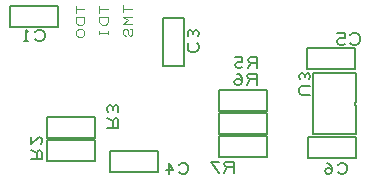
<source format=gbo>
%FSLAX24Y24*%
%MOIN*%
G04 EasyPC Gerber Version 16.0.6 Build 3249 *
%ADD100C,0.00394*%
%ADD10C,0.00500*%
X0Y0D02*
D02*
D10*
X6556Y7908D02*
X6931D01*
Y8127*
X6900Y8189*
X6837Y8221*
X6775Y8189*
X6743Y8127*
Y7908*
Y8127D02*
X6556Y8221D01*
Y8658D02*
Y8408D01*
X6775Y8627*
X6837Y8658*
X6900Y8627*
X6931Y8564*
Y8471*
X6900Y8408*
X6701Y11903D02*
X6732Y11872D01*
X6794Y11841*
X6888*
X6951Y11872*
X6982Y11903*
X7013Y11966*
Y12091*
X6982Y12153*
X6951Y12184*
X6888Y12216*
X6794*
X6732Y12184*
X6701Y12153*
X6451Y11841D02*
X6326D01*
X6388D02*
Y12216D01*
X6451Y12153*
X7079Y8534D02*
X8679D01*
Y7834*
X7079*
Y8534*
Y9301D02*
X8679D01*
Y8601*
X7079*
Y9301*
X7439Y12302D02*
X5839D01*
Y13002*
X7439*
Y12302*
X9095Y8951D02*
X9470D01*
Y9170*
X9439Y9233*
X9376Y9264*
X9314Y9233*
X9283Y9170*
Y8951*
Y9170D02*
X9095Y9264D01*
X9126Y9483D02*
X9095Y9545D01*
Y9608*
X9126Y9670*
X9189Y9701*
X9251Y9670*
X9283Y9608*
Y9545*
Y9608D02*
X9314Y9670D01*
X9376Y9701*
X9439Y9670*
X9470Y9608*
Y9545*
X9439Y9483*
X10786Y7479D02*
X9186D01*
Y8179*
X10786*
Y7479*
X11655Y12606D02*
Y11006D01*
X10955*
Y12606*
X11655*
X11835Y11784D02*
X11804Y11752D01*
X11772Y11690*
Y11596*
X11804Y11534*
X11835Y11502*
X11897Y11471*
X12022*
X12085Y11502*
X12116Y11534*
X12147Y11596*
Y11690*
X12116Y11752*
X12085Y11784*
X11804Y12002D02*
X11772Y12065D01*
Y12127*
X11804Y12190*
X11866Y12221*
X11929Y12190*
X11960Y12127*
Y12065*
Y12127D02*
X11991Y12190D01*
X12054Y12221*
X12116Y12190*
X12147Y12127*
Y12065*
X12116Y12002*
X11484Y7474D02*
X11515Y7443D01*
X11578Y7411*
X11672*
X11734Y7443*
X11765Y7474*
X11797Y7536*
Y7661*
X11765Y7724*
X11734Y7755*
X11672Y7786*
X11578*
X11515Y7755*
X11484Y7724*
X11140Y7411D02*
Y7786D01*
X11297Y7536*
X11047*
X12827Y8691D02*
X14427D01*
Y7991*
X12827*
Y8691*
Y9459D02*
X14427D01*
Y8759*
X12827*
Y9459*
Y10227D02*
X14427D01*
Y9527*
X12827*
Y10227*
X13312Y7451D02*
Y7826D01*
X13094*
X13031Y7795*
X13000Y7732*
X13031Y7670*
X13094Y7638*
X13312*
X13094D02*
X13000Y7451D01*
X12812D02*
X12562Y7826D01*
X12812*
X14080Y10384D02*
Y10759D01*
X13861*
X13799Y10728*
X13768Y10665*
X13799Y10603*
X13861Y10571*
X14080*
X13861D02*
X13768Y10384D01*
X13580Y10478D02*
X13549Y10540D01*
X13486Y10571*
X13424*
X13361Y10540*
X13330Y10478*
X13361Y10415*
X13424Y10384*
X13486*
X13549Y10415*
X13580Y10478*
Y10571*
X13549Y10665*
X13486Y10728*
X13424Y10759*
X14100Y10935D02*
Y11310D01*
X13881*
X13819Y11279*
X13787Y11216*
X13819Y11154*
X13881Y11123*
X14100*
X13881D02*
X13787Y10935D01*
X13600Y10966D02*
X13537Y10935D01*
X13444*
X13381Y10966*
X13350Y11029*
Y11060*
X13381Y11123*
X13444Y11154*
X13600*
Y11310*
X13350*
X15868Y10034D02*
X15587D01*
X15524Y10065*
X15493Y10128*
Y10253*
X15524Y10315*
X15587Y10347*
X15868*
X15524Y10565D02*
X15493Y10628D01*
Y10690*
X15524Y10753*
X15587Y10784*
X15649Y10753*
X15680Y10690*
Y10628*
Y10690D02*
X15712Y10753D01*
X15774Y10784*
X15837Y10753*
X15868Y10690*
Y10628*
X15837Y10565*
X15760Y11624D02*
X17360D01*
Y10924*
X15760*
Y11624*
X15800Y8632D02*
X17400D01*
Y7932*
X15800*
Y8632*
X16779Y7474D02*
X16811Y7443D01*
X16873Y7411*
X16967*
X17029Y7443*
X17061Y7474*
X17092Y7536*
Y7661*
X17061Y7724*
X17029Y7755*
X16967Y7786*
X16873*
X16811Y7755*
X16779Y7724*
X16592Y7505D02*
X16561Y7568D01*
X16498Y7599*
X16436*
X16373Y7568*
X16342Y7505*
X16373Y7443*
X16436Y7411*
X16498*
X16561Y7443*
X16592Y7505*
Y7599*
X16561Y7693*
X16498Y7755*
X16436Y7786*
X17387Y10782D02*
X15970D01*
Y8735*
X17387*
Y9709*
X17338*
Y9808*
X17387*
Y10782*
X17193Y11785D02*
X17224Y11754D01*
X17287Y11722*
X17380*
X17443Y11754*
X17474Y11785*
X17505Y11847*
Y11972*
X17474Y12035*
X17443Y12066*
X17380Y12097*
X17287*
X17224Y12066*
X17193Y12035*
X17005Y11754D02*
X16943Y11722D01*
X16849*
X16787Y11754*
X16755Y11816*
Y11847*
X16787Y11910*
X16849Y11941*
X17005*
Y12097*
X16755*
D02*
D100*
X8337Y12903D02*
X8042D01*
Y13026D02*
Y12780D01*
X8337Y12633D02*
X8042D01*
Y12485*
X8066Y12436*
X8091Y12411*
X8140Y12387*
X8239*
X8288Y12411*
X8312Y12436*
X8337Y12485*
Y12633*
X8239Y12239D02*
X8140D01*
X8091Y12214*
X8066Y12190*
X8042Y12140*
Y12091*
X8066Y12042*
X8091Y12017*
X8140Y11993*
X8239*
X8288Y12017*
X8312Y12042*
X8337Y12091*
Y12140*
X8312Y12190*
X8288Y12214*
X8239Y12239*
X9124Y12903D02*
X8829D01*
Y13026D02*
Y12780D01*
X9124Y12633D02*
X8829D01*
Y12485*
X8854Y12436*
X8878Y12411*
X8928Y12387*
X9026*
X9075Y12411*
X9100Y12436*
X9124Y12485*
Y12633*
Y12165D02*
Y12067D01*
Y12116D02*
X8829D01*
Y12165D02*
Y12067D01*
X9931Y12923D02*
X9636D01*
Y13046D02*
Y12800D01*
X9931Y12652D02*
X9636D01*
X9784Y12529*
X9636Y12406*
X9931*
X9858Y12259D02*
X9907Y12234D01*
X9931Y12185*
Y12086*
X9907Y12037*
X9858Y12013*
X9808Y12037*
X9784Y12086*
Y12185*
X9759Y12234*
X9710Y12259*
X9661Y12234*
X9636Y12185*
Y12086*
X9661Y12037*
X9710Y12013*
X0Y0D02*
M02*

</source>
